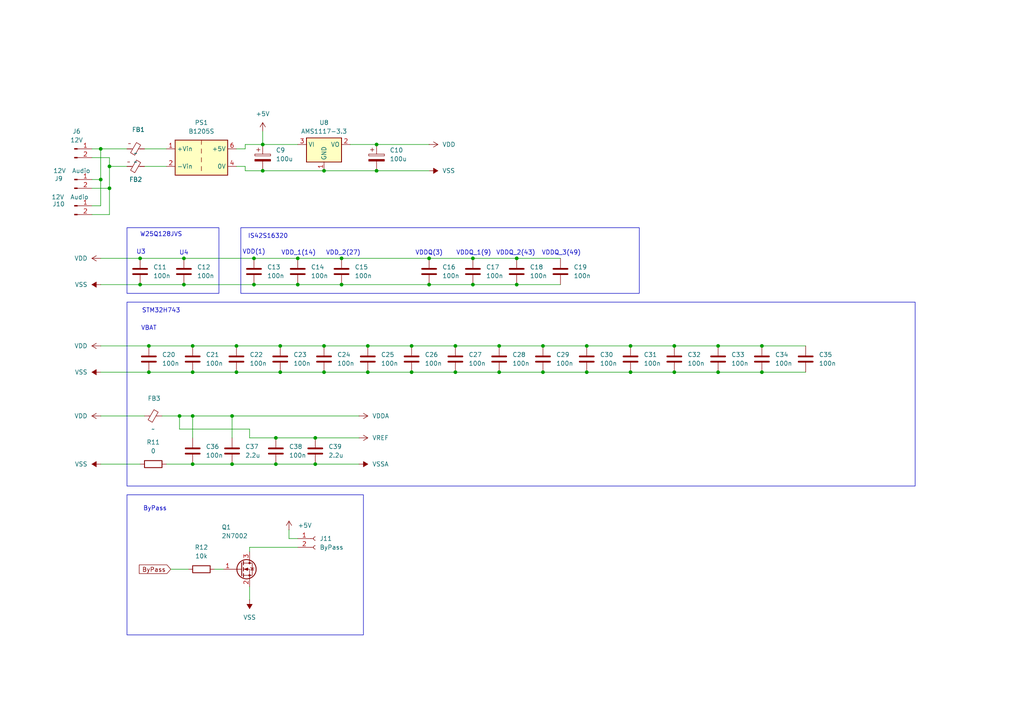
<source format=kicad_sch>
(kicad_sch (version 20250114) (generator "eeschema") (generator_version "9.0")
  (paper "A4")
  (title_block (title "OSCAR PROC") (date "2025-07-08") (rev "V1.0") (company "DAD Design"))
  (lib_symbols
    (symbol "Conn_01x02_Pin_1" (pin_names (offset 1.016) (hide yes))
      (property "Reference" "J9" (at -4.572 0.254 0))
      (property "Value" "12V  Audio" (at -0.762 2.54 0))
      (symbol "Conn_01x02_Pin_1_1_1"
        (rectangle (start 0.8636 0.127) (end 0 -0.127) (stroke (width 0.1524)) (fill (type outline)))
        (rectangle (start 0.8636 -2.413) (end 0 -2.667) (stroke (width 0.1524)) (fill (type outline)))
        (polyline (pts (xy 1.27 0) (xy 0.8636 0)) (stroke (width 0.1524)))
        (polyline (pts (xy 1.27 -2.54) (xy 0.8636 -2.54)) (stroke (width 0.1524)))
        (pin input line (at 5.08 0 180) (length 3.81) (name "Pin_1") (number "1"))
        (pin power_in line (at 5.08 -2.54 180) (length 3.81) (name "Pin_2") (number "2"))
      )
    )
    (symbol "Conn_01x02_Pin_2" (pin_names (offset 1.016) (hide yes))
      (property "Reference" "J10" (at -4.572 0.508 0))
      (property "Value" "12V  Audio" (at -1.27 2.54 0))
      (symbol "Conn_01x02_Pin_2_1_1"
        (rectangle (start 0.8636 0.127) (end 0 -0.127) (stroke (width 0.1524)) (fill (type outline)))
        (rectangle (start 0.8636 -2.413) (end 0 -2.667) (stroke (width 0.1524)) (fill (type outline)))
        (polyline (pts (xy 1.27 0) (xy 0.8636 0)) (stroke (width 0.1524)))
        (polyline (pts (xy 1.27 -2.54) (xy 0.8636 -2.54)) (stroke (width 0.1524)))
        (pin input line (at 5.08 0 180) (length 3.81) (name "Pin_1") (number "1"))
        (pin input line (at 5.08 -2.54 180) (length 3.81) (name "Pin_2") (number "2"))
      )
    )
    (symbol "Connector:Conn_01x02_Socket" (pin_names (offset 1.016) (hide yes))
      (property "Reference" "J" (at 0 2.54 0))
      (property "Value" "Conn_01x02_Socket" (at 0 -5.08 0))
      (symbol "Conn_01x02_Socket_1_1"
        (polyline (pts (xy -1.27 0) (xy -0.508 0)) (stroke (width 0.1524)))
        (polyline (pts (xy -1.27 -2.54) (xy -0.508 -2.54)) (stroke (width 0.1524)))
        (arc (start 0 -0.508) (mid -0.5058 0) (end 0 0.508) (stroke (width 0.1524)))
        (arc (start 0 -3.048) (mid -0.5058 -2.54) (end 0 -2.032) (stroke (width 0.1524)))
        (pin passive line (at -5.08 0 0) (length 3.81) (name "Pin_1") (number "1"))
        (pin passive line (at -5.08 -2.54 0) (length 3.81) (name "Pin_2") (number "2"))
      )
    )
    (symbol "Device:C" (pin_numbers (hide yes)) (pin_names (offset 0.254))
      (property "Reference" "C" (at 0.635 2.54 0))
      (property "Value" "C" (at 0.635 -2.54 0))
      (symbol "C_0_1"
        (polyline (pts (xy -2.032 0.762) (xy 2.032 0.762)) (stroke (width 0.508)))
        (polyline (pts (xy -2.032 -0.762) (xy 2.032 -0.762)) (stroke (width 0.508)))
      )
      (symbol "C_1_1"
        (pin passive line (at 0 3.81 270) (length 2.794) (name "~") (number "1"))
        (pin passive line (at 0 -3.81 90) (length 2.794) (name "~") (number "2"))
      )
    )
    (symbol "Device:C_Polarized" (pin_numbers (hide yes)) (pin_names (offset 0.254))
      (property "Reference" "C" (at 0.635 2.54 0))
      (property "Value" "C_Polarized" (at 0.635 -2.54 0))
      (symbol "C_Polarized_0_1"
        (rectangle (start -2.286 0.508) (end 2.286 1.016))
        (polyline (pts (xy -1.778 2.286) (xy -0.762 2.286)))
        (polyline (pts (xy -1.27 2.794) (xy -1.27 1.778)))
        (rectangle (start 2.286 -0.508) (end -2.286 -1.016) (fill (type outline)))
      )
      (symbol "C_Polarized_1_1"
        (pin passive line (at 0 3.81 270) (length 2.794) (name "~") (number "1"))
        (pin passive line (at 0 -3.81 90) (length 2.794) (name "~") (number "2"))
      )
    )
    (symbol "Device:R" (pin_numbers (hide yes)) (pin_names (offset 0))
      (property "Reference" "R" (at 2.032 0 90))
      (property "Value" "R" (at 0 0 90))
      (symbol "R_0_1"
        (rectangle (start -1.016 -2.54) (end 1.016 2.54) (stroke (width 0.254)))
      )
      (symbol "R_1_1"
        (pin passive line (at 0 3.81 270) (length 1.27) (name "~") (number "1"))
        (pin passive line (at 0 -3.81 90) (length 1.27) (name "~") (number "2"))
      )
    )
    (symbol "FerriteBead_Small_1" (pin_numbers (hide yes)) (pin_names (offset 0))
      (property "Reference" "FB2" (at -3.81 0 90))
      (property "Value" "~" (at 3.81 0.0381 90))
      (symbol "FerriteBead_Small_1_0_1"
        (polyline (pts (xy -1.8288 0.2794) (xy -1.1176 1.4986) (xy 1.8288 -0.2032) (xy 1.1176 -1.4224) (xy -1.8288 0.2794)))
        (polyline (pts (xy 0 0.889) (xy 0 1.2954)))
        (polyline (pts (xy 0 -1.27) (xy 0 -0.7874)))
      )
      (symbol "FerriteBead_Small_1_1_1"
        (text "I" (at 1.27 2.032 0) (effects (font (size 0.635 0.635))))
        (pin power_in line (at 0 2.54 270) (length 1.27) (name "~") (number "1"))
        (pin power_out line (at 0 -2.54 90) (length 1.27) (name "~") (number "2"))
      )
    )
    (symbol "FerriteBead_Small_2" (pin_numbers (hide yes)) (pin_names (offset 0))
      (property "Reference" "FB1" (at 5.588 -0.762 90))
      (property "Value" "~" (at -3.81 0.0381 90))
      (symbol "FerriteBead_Small_2_0_1"
        (polyline (pts (xy -1.8288 0.2794) (xy -1.1176 1.4986) (xy 1.8288 -0.2032) (xy 1.1176 -1.4224) (xy -1.8288 0.2794)))
        (polyline (pts (xy 0 0.889) (xy 0 1.2954)))
        (polyline (pts (xy 0 -1.27) (xy 0 -0.7874)))
      )
      (symbol "FerriteBead_Small_2_1_1"
        (text "I" (at 1.524 1.778 0) (effects (font (size 0.635 0.635))))
        (pin power_in line (at 0 2.54 270) (length 1.27) (name "~") (number "1"))
        (pin power_out line (at 0 -2.54 90) (length 1.27) (name "~") (number "2"))
      )
    )
    (symbol "Projet:B1205S"
      (property "Reference" "PS" (at -7.62 6.35 0))
      (property "Value" "B1209S" (at 1.27 6.35 0))
      (symbol "B1205S_0_0"
        (pin power_in line (at -10.16 2.54 0) (length 2.54) (name "+Vin") (number "1"))
        (pin power_in line (at -10.16 -2.54 0) (length 2.54) (name "-Vin") (number "2"))
      )
      (symbol "B1205S_0_1"
        (rectangle (start -7.62 5.08) (end 7.62 -5.08) (stroke (width 0.254)) (fill (type background)))
        (polyline (pts (xy 0 5.08) (xy 0 3.81)))
        (polyline (pts (xy 0 2.54) (xy 0 1.27)))
        (polyline (pts (xy 0 0) (xy 0 -1.27)))
        (polyline (pts (xy 0 -2.54) (xy 0 -3.81)))
      )
      (symbol "B1205S_1_0"
        (pin power_out line (at 10.16 2.54 180) (length 2.54) (name "+5V") (number "6"))
        (pin power_out line (at 10.16 -2.54 180) (length 2.54) (name "0V") (number "4"))
      )
    )
    (symbol "Projet:Conn_01x02_Pin" (pin_names (offset 1.016) (hide yes))
      (property "Reference" "J" (at 0 2.54 0))
      (property "Value" "Conn_01x02_Pin" (at 0 -5.08 0))
      (symbol "Conn_01x02_Pin_1_1"
        (rectangle (start 0.8636 0.127) (end 0 -0.127) (stroke (width 0.1524)) (fill (type outline)))
        (rectangle (start 0.8636 -2.413) (end 0 -2.667) (stroke (width 0.1524)) (fill (type outline)))
        (polyline (pts (xy 1.27 0) (xy 0.8636 0)) (stroke (width 0.1524)))
        (polyline (pts (xy 1.27 -2.54) (xy 0.8636 -2.54)) (stroke (width 0.1524)))
        (pin power_out line (at 5.08 0 180) (length 3.81) (name "Pin_1") (number "1"))
        (pin power_out line (at 5.08 -2.54 180) (length 3.81) (name "Pin_2") (number "2"))
      )
    )
    (symbol "Projet:FerriteBead_Small" (pin_numbers (hide yes)) (pin_names (offset 0))
      (property "Reference" "FB" (at 1.905 1.27 0))
      (property "Value" "FerriteBead_Small" (at 1.905 -1.27 0))
      (symbol "FerriteBead_Small_0_1"
        (polyline (pts (xy -1.8288 0.2794) (xy -1.1176 1.4986) (xy 1.8288 -0.2032) (xy 1.1176 -1.4224) (xy -1.8288 0.2794)))
        (polyline (pts (xy 0 0.889) (xy 0 1.2954)))
        (polyline (pts (xy 0 -1.27) (xy 0 -0.7874)))
      )
      (symbol "FerriteBead_Small_1_1"
        (pin power_in line (at 0 2.54 270) (length 1.27) (name "~") (number "1"))
        (pin power_out line (at 0 -2.54 90) (length 1.27) (name "~") (number "2"))
      )
    )
    (symbol "R_1" (pin_numbers (hide yes)) (pin_names (offset 0))
      (property "Reference" "R11" (at 6.35 0 90))
      (property "Value" "0" (at 3.81 0 90))
      (symbol "R_1_0_1"
        (rectangle (start -1.016 -2.54) (end 1.016 2.54) (stroke (width 0.254)))
      )
      (symbol "R_1_1_1"
        (pin power_in line (at 0 3.81 270) (length 1.27) (name "~") (number "1"))
        (pin power_out line (at 0 -3.81 90) (length 1.27) (name "~") (number "2"))
      )
    )
    (symbol "Regulator_Linear:AMS1117-3.3"
      (property "Reference" "U" (at -3.81 3.175 0))
      (property "Value" "AMS1117-3.3" (at 0 3.175 0))
      (symbol "AMS1117-3.3_0_1"
        (rectangle (start -5.08 -5.08) (end 5.08 1.905) (stroke (width 0.254)) (fill (type background)))
      )
      (symbol "AMS1117-3.3_1_1"
        (pin power_in line (at -7.62 0 0) (length 2.54) (name "VI") (number "3"))
        (pin power_in line (at 0 -7.62 90) (length 2.54) (name "GND") (number "1"))
        (pin power_out line (at 7.62 0 180) (length 2.54) (name "VO") (number "2"))
      )
    )
    (symbol "Transistor_FET:2N7002" (pin_names (hide yes))
      (property "Reference" "Q" (at 5.08 1.905 0))
      (property "Value" "2N7002" (at 5.08 0 0))
      (symbol "2N7002_0_1"
        (polyline (pts (xy 0.254 1.905) (xy 0.254 -1.905)) (stroke (width 0.254)))
        (polyline (pts (xy 0.254 0) (xy -2.54 0)))
        (polyline (pts (xy 0.762 2.286) (xy 0.762 1.27)) (stroke (width 0.254)))
        (polyline (pts (xy 0.762 0.508) (xy 0.762 -0.508)) (stroke (width 0.254)))
        (polyline (pts (xy 0.762 -1.27) (xy 0.762 -2.286)) (stroke (width 0.254)))
        (polyline (pts (xy 0.762 -1.778) (xy 3.302 -1.778) (xy 3.302 1.778) (xy 0.762 1.778)))
        (polyline (pts (xy 1.016 0) (xy 2.032 0.381) (xy 2.032 -0.381) (xy 1.016 0)) (fill (type outline)))
        (circle (center 1.651 0) (radius 2.794) (stroke (width 0.254)))
        (polyline (pts (xy 2.54 2.54) (xy 2.54 1.778)))
        (circle (center 2.54 1.778) (radius 0.254) (fill (type outline)))
        (circle (center 2.54 -1.778) (radius 0.254) (fill (type outline)))
        (polyline (pts (xy 2.54 -2.54) (xy 2.54 0) (xy 0.762 0)))
        (polyline (pts (xy 2.794 0.508) (xy 2.921 0.381) (xy 3.683 0.381) (xy 3.81 0.254)))
        (polyline (pts (xy 3.302 0.381) (xy 2.921 -0.254) (xy 3.683 -0.254) (xy 3.302 0.381)))
      )
      (symbol "2N7002_1_1"
        (pin input line (at -5.08 0 0) (length 2.54) (name "G") (number "1"))
        (pin passive line (at 2.54 5.08 270) (length 2.54) (name "D") (number "3"))
        (pin passive line (at 2.54 -5.08 90) (length 2.54) (name "S") (number "2"))
      )
    )
    (symbol "power:+5V" (power) (pin_numbers (hide yes)) (pin_names (offset 0) (hide yes))
      (property "Value" "+5V" (at 0 3.556 0))
      (symbol "+5V_0_1"
        (polyline (pts (xy -0.762 1.27) (xy 0 2.54)))
        (polyline (pts (xy 0 2.54) (xy 0.762 1.27)))
        (polyline (pts (xy 0 0) (xy 0 2.54)))
      )
      (symbol "+5V_1_1"
        (pin power_in line (at 0 0 90) (length 0) (name "~") (number "1"))
      )
    )
    (symbol "power:PRI_HI" (power) (pin_numbers (hide yes)) (pin_names (offset 0) (hide yes))
      (property "Value" "PRI_HI" (at 0 3.556 0))
      (symbol "PRI_HI_0_1"
        (polyline (pts (xy -0.762 1.27) (xy 0 2.54)))
        (polyline (pts (xy 0 2.54) (xy 0.762 1.27)))
        (polyline (pts (xy 0 0) (xy 0 2.54)))
      )
      (symbol "PRI_HI_1_1"
        (pin power_in line (at 0 0 90) (length 0) (name "~") (number "1"))
      )
    )
    (symbol "power:VDD" (power) (pin_numbers (hide yes)) (pin_names (offset 0) (hide yes))
      (property "Value" "VDD" (at 0 3.556 0))
      (symbol "VDD_0_1"
        (polyline (pts (xy -0.762 1.27) (xy 0 2.54)))
        (polyline (pts (xy 0 2.54) (xy 0.762 1.27)))
        (polyline (pts (xy 0 0) (xy 0 2.54)))
      )
      (symbol "VDD_1_1"
        (pin power_in line (at 0 0 90) (length 0) (name "~") (number "1"))
      )
    )
    (symbol "power:VDDA" (power) (pin_numbers (hide yes)) (pin_names (offset 0) (hide yes))
      (property "Value" "VDDA" (at 0 3.556 0))
      (symbol "VDDA_0_1"
        (polyline (pts (xy -0.762 1.27) (xy 0 2.54)))
        (polyline (pts (xy 0 2.54) (xy 0.762 1.27)))
        (polyline (pts (xy 0 0) (xy 0 2.54)))
      )
      (symbol "VDDA_1_1"
        (pin power_in line (at 0 0 90) (length 0) (name "~") (number "1"))
      )
    )
    (symbol "power:VSS" (power) (pin_numbers (hide yes)) (pin_names (offset 0) (hide yes))
      (property "Value" "VSS" (at 0 3.556 0))
      (symbol "VSS_0_1"
        (polyline (pts (xy 0 0) (xy 0 2.54)))
        (polyline (pts (xy 0.762 1.27) (xy -0.762 1.27) (xy 0 2.54) (xy 0.762 1.27)) (fill (type outline)))
      )
      (symbol "VSS_1_1"
        (pin power_in line (at 0 0 90) (length 0) (name "~") (number "1"))
      )
    )
    (symbol "power:VSSA" (power) (pin_numbers (hide yes)) (pin_names (offset 0) (hide yes))
      (property "Value" "VSSA" (at 0 3.556 0))
      (symbol "VSSA_0_1"
        (polyline (pts (xy 0 0) (xy 0 2.54)))
        (polyline (pts (xy 0.762 1.27) (xy -0.762 1.27) (xy 0 2.54) (xy 0.762 1.27)) (fill (type outline)))
      )
      (symbol "VSSA_1_1"
        (pin power_in line (at 0 0 90) (length 0) (name "~") (number "1"))
      )
    )
  )
  (rectangle (start 69.85 66.04) (end 185.42 85.09))
  (rectangle (start 36.83 143.51) (end 105.41 184.15))
  (rectangle (start 36.83 66.04) (end 63.5 85.09))
  (rectangle (start 36.83 87.63) (end 265.43 140.97))
  (text "VDDQ_3(49)" (at 162.814 73.406 0) (effects (font (size 1.27 1.27))))
  (text "ByPass" (at 44.958 147.574 0) (effects (font (size 1.27 1.27))))
  (text "STM32H743" (at 46.736 90.17 0) (effects (font (size 1.27 1.27))))
  (text "VDD(1)" (at 73.66 73.152 0) (effects (font (size 1.27 1.27))))
  (text "VDD_1(14)" (at 86.614 73.406 0) (effects (font (size 1.27 1.27))))
  (text "U3" (at 40.894 73.152 0) (effects (font (size 1.27 1.27))))
  (text "VDD_2(27)" (at 99.568 73.406 0) (effects (font (size 1.27 1.27))))
  (text "VBAT" (at 43.18 95.25 0) (effects (font (size 1.27 1.27))))
  (text "IS42S16320" (at 77.724 68.58 0) (effects (font (size 1.27 1.27))))
  (text "VDDQ(3)" (at 124.46 73.406 0) (effects (font (size 1.27 1.27))))
  (text "U4" (at 53.34 73.406 0) (effects (font (size 1.27 1.27))))
  (text "W25Q128JVS" (at 46.736 68.072 0) (effects (font (size 1.27 1.27))))
  (text "VDDQ_1(9)" (at 137.414 73.406 0) (effects (font (size 1.27 1.27))))
  (text "VDDQ_2(43)" (at 149.606 73.406 0) (effects (font (size 1.27 1.27))))
  (junction (at 170.18 100.33))
  (junction (at 67.31 120.65))
  (junction (at 55.88 107.95))
  (junction (at 106.68 100.33))
  (junction (at 99.06 82.55))
  (junction (at 124.46 74.93))
  (junction (at 53.34 74.93))
  (junction (at 149.86 82.55))
  (junction (at 195.58 107.95))
  (junction (at 132.08 107.95))
  (junction (at 119.38 107.95))
  (junction (at 80.01 134.62))
  (junction (at 73.66 74.93))
  (junction (at 29.21 43.18))
  (junction (at 137.16 74.93))
  (junction (at 31.75 54.61))
  (junction (at 144.78 100.33))
  (junction (at 182.88 107.95))
  (junction (at 91.44 127))
  (junction (at 132.08 100.33))
  (junction (at 157.48 100.33))
  (junction (at 137.16 82.55))
  (junction (at 52.07 120.65))
  (junction (at 40.64 82.55))
  (junction (at 43.18 100.33))
  (junction (at 55.88 120.65))
  (junction (at 81.28 107.95))
  (junction (at 106.68 107.95))
  (junction (at 149.86 74.93))
  (junction (at 43.18 107.95))
  (junction (at 53.34 82.55))
  (junction (at 55.88 134.62))
  (junction (at 208.28 100.33))
  (junction (at 76.2 49.53))
  (junction (at 220.98 100.33))
  (junction (at 182.88 100.33))
  (junction (at 55.88 100.33))
  (junction (at 170.18 107.95))
  (junction (at 67.31 134.62))
  (junction (at 68.58 107.95))
  (junction (at 86.36 82.55))
  (junction (at 109.22 49.53))
  (junction (at 81.28 100.33))
  (junction (at 157.48 107.95))
  (junction (at 208.28 107.95))
  (junction (at 220.98 107.95))
  (junction (at 99.06 74.93))
  (junction (at 76.2 41.91))
  (junction (at 86.36 74.93))
  (junction (at 29.21 52.07))
  (junction (at 93.98 107.95))
  (junction (at 80.01 127))
  (junction (at 68.58 100.33))
  (junction (at 91.44 134.62))
  (junction (at 73.66 82.55))
  (junction (at 195.58 100.33))
  (junction (at 93.98 100.33))
  (junction (at 93.98 49.53))
  (junction (at 124.46 82.55))
  (junction (at 109.22 41.91))
  (junction (at 119.38 100.33))
  (junction (at 144.78 107.95))
  (junction (at 40.64 74.93))
  (junction (at 31.75 48.26))
  (wire (pts (xy 106.68 100.33) (xy 119.38 100.33)))
  (wire (pts (xy 68.58 48.26) (xy 71.12 48.26)))
  (wire (pts (xy 157.48 100.33) (xy 170.18 100.33)))
  (wire (pts (xy 67.31 120.65) (xy 67.31 127)))
  (wire (pts (xy 71.12 48.26) (xy 71.12 49.53)))
  (wire (pts (xy 119.38 100.33) (xy 132.08 100.33)))
  (wire (pts (xy 93.98 107.95) (xy 106.68 107.95)))
  (wire (pts (xy 67.31 134.62) (xy 80.01 134.62)))
  (wire (pts (xy 72.39 127) (xy 72.39 124.46)))
  (wire (pts (xy 49.53 165.1) (xy 54.61 165.1)))
  (wire (pts (xy 99.06 74.93) (xy 124.46 74.93)))
  (wire (pts (xy 29.21 107.95) (xy 43.18 107.95)))
  (wire (pts (xy 31.75 54.61) (xy 31.75 48.26)))
  (wire (pts (xy 29.21 74.93) (xy 40.64 74.93)))
  (wire (pts (xy 93.98 100.33) (xy 106.68 100.33)))
  (wire (pts (xy 137.16 82.55) (xy 149.86 82.55)))
  (wire (pts (xy 55.88 100.33) (xy 68.58 100.33)))
  (wire (pts (xy 93.98 49.53) (xy 109.22 49.53)))
  (wire (pts (xy 29.21 52.07) (xy 29.21 43.18)))
  (wire (pts (xy 71.12 49.53) (xy 76.2 49.53)))
  (wire (pts (xy 43.18 100.33) (xy 55.88 100.33)))
  (wire (pts (xy 76.2 38.1) (xy 76.2 41.91)))
  (wire (pts (xy 76.2 41.91) (xy 86.36 41.91)))
  (wire (pts (xy 72.39 160.02) (xy 72.39 158.75)))
  (wire (pts (xy 73.66 82.55) (xy 86.36 82.55)))
  (wire (pts (xy 170.18 107.95) (xy 182.88 107.95)))
  (wire (pts (xy 26.67 45.72) (xy 31.75 45.72)))
  (wire (pts (xy 81.28 100.33) (xy 93.98 100.33)))
  (wire (pts (xy 67.31 120.65) (xy 104.14 120.65)))
  (wire (pts (xy 68.58 107.95) (xy 81.28 107.95)))
  (wire (pts (xy 48.26 134.62) (xy 55.88 134.62)))
  (wire (pts (xy 109.22 49.53) (xy 124.46 49.53)))
  (wire (pts (xy 68.58 43.18) (xy 71.12 43.18)))
  (wire (pts (xy 182.88 107.95) (xy 195.58 107.95)))
  (wire (pts (xy 53.34 82.55) (xy 73.66 82.55)))
  (wire (pts (xy 55.88 120.65) (xy 67.31 120.65)))
  (wire (pts (xy 26.67 54.61) (xy 31.75 54.61)))
  (wire (pts (xy 144.78 107.95) (xy 157.48 107.95)))
  (wire (pts (xy 132.08 100.33) (xy 144.78 100.33)))
  (wire (pts (xy 31.75 62.23) (xy 31.75 54.61)))
  (wire (pts (xy 86.36 156.21) (xy 83.82 156.21)))
  (wire (pts (xy 195.58 100.33) (xy 208.28 100.33)))
  (wire (pts (xy 81.28 107.95) (xy 93.98 107.95)))
  (wire (pts (xy 53.34 74.93) (xy 73.66 74.93)))
  (wire (pts (xy 29.21 82.55) (xy 40.64 82.55)))
  (wire (pts (xy 73.66 74.93) (xy 86.36 74.93)))
  (wire (pts (xy 86.36 74.93) (xy 99.06 74.93)))
  (wire (pts (xy 40.64 82.55) (xy 53.34 82.55)))
  (wire (pts (xy 40.64 74.93) (xy 53.34 74.93)))
  (wire (pts (xy 144.78 100.33) (xy 157.48 100.33)))
  (wire (pts (xy 101.6 41.91) (xy 109.22 41.91)))
  (wire (pts (xy 170.18 100.33) (xy 182.88 100.33)))
  (wire (pts (xy 29.21 43.18) (xy 36.83 43.18)))
  (wire (pts (xy 124.46 82.55) (xy 137.16 82.55)))
  (wire (pts (xy 55.88 120.65) (xy 55.88 127)))
  (wire (pts (xy 157.48 107.95) (xy 170.18 107.95)))
  (wire (pts (xy 72.39 170.18) (xy 72.39 173.99)))
  (wire (pts (xy 76.2 49.53) (xy 93.98 49.53)))
  (wire (pts (xy 86.36 82.55) (xy 99.06 82.55)))
  (wire (pts (xy 26.67 62.23) (xy 31.75 62.23)))
  (wire (pts (xy 109.22 41.91) (xy 124.46 41.91)))
  (wire (pts (xy 41.91 43.18) (xy 48.26 43.18)))
  (wire (pts (xy 208.28 107.95) (xy 220.98 107.95)))
  (wire (pts (xy 71.12 41.91) (xy 76.2 41.91)))
  (wire (pts (xy 29.21 120.65) (xy 41.91 120.65)))
  (wire (pts (xy 149.86 82.55) (xy 162.56 82.55)))
  (wire (pts (xy 29.21 134.62) (xy 40.64 134.62)))
  (wire (pts (xy 52.07 120.65) (xy 55.88 120.65)))
  (wire (pts (xy 68.58 100.33) (xy 81.28 100.33)))
  (wire (pts (xy 99.06 82.55) (xy 124.46 82.55)))
  (wire (pts (xy 119.38 107.95) (xy 132.08 107.95)))
  (wire (pts (xy 220.98 107.95) (xy 233.68 107.95)))
  (wire (pts (xy 31.75 48.26) (xy 36.83 48.26)))
  (wire (pts (xy 91.44 134.62) (xy 104.14 134.62)))
  (wire (pts (xy 55.88 107.95) (xy 68.58 107.95)))
  (wire (pts (xy 83.82 153.67) (xy 83.82 156.21)))
  (wire (pts (xy 29.21 100.33) (xy 43.18 100.33)))
  (wire (pts (xy 62.23 165.1) (xy 64.77 165.1)))
  (wire (pts (xy 220.98 100.33) (xy 233.68 100.33)))
  (wire (pts (xy 195.58 107.95) (xy 208.28 107.95)))
  (wire (pts (xy 137.16 74.93) (xy 149.86 74.93)))
  (wire (pts (xy 26.67 52.07) (xy 29.21 52.07)))
  (wire (pts (xy 80.01 127) (xy 91.44 127)))
  (wire (pts (xy 41.91 48.26) (xy 48.26 48.26)))
  (wire (pts (xy 132.08 107.95) (xy 144.78 107.95)))
  (wire (pts (xy 80.01 134.62) (xy 91.44 134.62)))
  (wire (pts (xy 26.67 59.69) (xy 29.21 59.69)))
  (wire (pts (xy 124.46 74.93) (xy 137.16 74.93)))
  (wire (pts (xy 55.88 134.62) (xy 67.31 134.62)))
  (wire (pts (xy 182.88 100.33) (xy 195.58 100.33)))
  (wire (pts (xy 52.07 124.46) (xy 52.07 120.65)))
  (wire (pts (xy 43.18 107.95) (xy 55.88 107.95)))
  (wire (pts (xy 106.68 107.95) (xy 119.38 107.95)))
  (wire (pts (xy 72.39 158.75) (xy 86.36 158.75)))
  (wire (pts (xy 29.21 59.69) (xy 29.21 52.07)))
  (wire (pts (xy 72.39 124.46) (xy 52.07 124.46)))
  (wire (pts (xy 149.86 74.93) (xy 162.56 74.93)))
  (wire (pts (xy 208.28 100.33) (xy 220.98 100.33)))
  (wire (pts (xy 26.67 43.18) (xy 29.21 43.18)))
  (wire (pts (xy 31.75 45.72) (xy 31.75 48.26)))
  (wire (pts (xy 71.12 43.18) (xy 71.12 41.91)))
  (wire (pts (xy 46.99 120.65) (xy 52.07 120.65)))
  (wire (pts (xy 72.39 127) (xy 80.01 127)))
  (wire (pts (xy 91.44 127) (xy 104.14 127)))
  (global_label "ByPass" (shape input) (at 49.53 165.1 180) (property "Intersheetrefs" "${INTERSHEET_REFS}" (effects (hide yes))))
  (symbol (lib_name "Conn_01x02_Pin_1") (lib_id "Projet:Conn_01x02_Pin") (at 21.59 52.07 0) (unit 1)
    (property "Reference" "J9" (at 17.018 51.816 0))
    (property "Value" "12V  Audio" (at 20.828 49.53 0))
    (property "Footprint" "Connector_PinSocket_2.54mm:PinSocket_1x02_P2.54mm_Vertical" (effects (hide yes)))
    (property "Description" "Generic connector, single row, 01x02, script generated" (effects (hide yes)))
  )
  (symbol (lib_name "Conn_01x02_Pin_2") (lib_id "Projet:Conn_01x02_Pin") (at 21.59 59.69 0) (unit 1)
    (property "Reference" "J10" (at 17.018 59.182 0))
    (property "Value" "12V  Audio" (at 20.32 57.15 0))
    (property "Footprint" "Connector_PinSocket_2.54mm:PinSocket_1x02_P2.54mm_Vertical" (effects (hide yes)))
    (property "Description" "Generic connector, single row, 01x02, script generated" (effects (hide yes)))
  )
  (symbol (lib_id "Device:C") (at 195.58 104.14 0) (unit 1)
    (property "Reference" "C32" (at 199.39 102.8699 0) (effects (justify left)))
    (property "Value" "100n" (at 199.39 105.4099 0) (effects (justify left)))
    (property "Footprint" "Capacitor_SMD:C_0805_2012Metric_Pad1.18x1.45mm_HandSolder" (effects (hide yes)))
    (property "Description" "Unpolarized capacitor" (effects (hide yes)))
  )
  (symbol (lib_name "FerriteBead_Small_2") (lib_id "Projet:FerriteBead_Small") (at 39.37 43.18 90) (unit 1)
    (property "Reference" "FB1" (at 40.132 37.592 90))
    (property "Value" "~" (at 39.3319 46.99 90))
    (property "Footprint" "Inductor_SMD:L_1206_3216Metric_Pad1.22x1.90mm_HandSolder" (effects (hide yes)))
    (property "Description" "Ferrite bead, small symbol" (effects (hide yes)))
  )
  (symbol (lib_id "Device:C") (at 81.28 104.14 0) (unit 1)
    (property "Reference" "C23" (at 85.09 102.8699 0) (effects (justify left)))
    (property "Value" "100n" (at 85.09 105.4099 0) (effects (justify left)))
    (property "Footprint" "Capacitor_SMD:C_0805_2012Metric_Pad1.18x1.45mm_HandSolder" (effects (hide yes)))
    (property "Description" "Unpolarized capacitor" (effects (hide yes)))
  )
  (symbol (lib_id "power:VSS") (at 124.46 49.53 270) (unit 1)
    (property "Reference" "#PWR040" (effects (hide yes)))
    (property "Value" "VSS" (at 128.27 49.5299 90) (effects (justify left)))
    (property "Description" "Power symbol creates a global label with name \"VSS\"" (effects (hide yes)))
  )
  (symbol (lib_id "power:+5V") (at 83.82 153.67 0) (unit 1)
    (property "Reference" "#PWR054" (effects (hide yes)))
    (property "Value" "+5V" (at 86.36 152.3999 0) (effects (justify left)))
    (property "Description" "Power symbol creates a global label with name \"+5V\"" (effects (hide yes)))
  )
  (symbol (lib_id "Device:C") (at 119.38 104.14 0) (unit 1)
    (property "Reference" "C26" (at 123.19 102.8699 0) (effects (justify left)))
    (property "Value" "100n" (at 123.19 105.4099 0) (effects (justify left)))
    (property "Footprint" "Capacitor_SMD:C_0805_2012Metric_Pad1.18x1.45mm_HandSolder" (effects (hide yes)))
    (property "Description" "Unpolarized capacitor" (effects (hide yes)))
  )
  (symbol (lib_id "Device:C") (at 86.36 78.74 0) (unit 1)
    (property "Reference" "C14" (at 90.17 77.4699 0) (effects (justify left)))
    (property "Value" "100n" (at 90.17 80.0099 0) (effects (justify left)))
    (property "Footprint" "Capacitor_SMD:C_0805_2012Metric_Pad1.18x1.45mm_HandSolder" (effects (hide yes)))
    (property "Description" "Unpolarized capacitor" (effects (hide yes)))
  )
  (symbol (lib_id "Device:C") (at 68.58 104.14 0) (unit 1)
    (property "Reference" "C22" (at 72.39 102.8699 0) (effects (justify left)))
    (property "Value" "100n" (at 72.39 105.4099 0) (effects (justify left)))
    (property "Footprint" "Capacitor_SMD:C_0805_2012Metric_Pad1.18x1.45mm_HandSolder" (effects (hide yes)))
    (property "Description" "Unpolarized capacitor" (effects (hide yes)))
  )
  (symbol (lib_id "Device:C") (at 53.34 78.74 0) (unit 1)
    (property "Reference" "C12" (at 57.15 77.4699 0) (effects (justify left)))
    (property "Value" "100n" (at 57.15 80.0099 0) (effects (justify left)))
    (property "Footprint" "Capacitor_SMD:C_0805_2012Metric_Pad1.18x1.45mm_HandSolder" (effects (hide yes)))
    (property "Description" "Unpolarized capacitor" (effects (hide yes)))
  )
  (symbol (lib_id "Device:C") (at 182.88 104.14 0) (unit 1)
    (property "Reference" "C31" (at 186.69 102.8699 0) (effects (justify left)))
    (property "Value" "100n" (at 186.69 105.4099 0) (effects (justify left)))
    (property "Footprint" "Capacitor_SMD:C_0805_2012Metric_Pad1.18x1.45mm_HandSolder" (effects (hide yes)))
    (property "Description" "Unpolarized capacitor" (effects (hide yes)))
  )
  (symbol (lib_id "Device:C") (at 99.06 78.74 0) (unit 1)
    (property "Reference" "C15" (at 102.87 77.4699 0) (effects (justify left)))
    (property "Value" "100n" (at 102.87 80.0099 0) (effects (justify left)))
    (property "Footprint" "Capacitor_SMD:C_0805_2012Metric_Pad1.18x1.45mm_HandSolder" (effects (hide yes)))
    (property "Description" "Unpolarized capacitor" (effects (hide yes)))
  )
  (symbol (lib_id "Device:C") (at 124.46 78.74 0) (unit 1)
    (property "Reference" "C16" (at 128.27 77.4699 0) (effects (justify left)))
    (property "Value" "100n" (at 128.27 80.0099 0) (effects (justify left)))
    (property "Footprint" "Capacitor_SMD:C_0805_2012Metric_Pad1.18x1.45mm_HandSolder" (effects (hide yes)))
    (property "Description" "Unpolarized capacitor" (effects (hide yes)))
  )
  (symbol (lib_id "Regulator_Linear:AMS1117-3.3") (at 93.98 41.91 0) (unit 1)
    (property "Reference" "U8" (at 93.98 35.56 0))
    (property "Value" "AMS1117-3.3" (at 93.98 38.1 0))
    (property "Footprint" "Package_TO_SOT_SMD:SOT-223-3_TabPin2" (effects (hide yes)))
    (property "Datasheet" "http://www.advanced-monolithic.com/pdf/ds1117.pdf" (effects (hide yes)))
    (property "Description" "1A Low Dropout regulator, positive, 3.3V fixed output, SOT-223" (effects (hide yes)))
  )
  (symbol (lib_id "Device:C") (at 144.78 104.14 0) (unit 1)
    (property "Reference" "C28" (at 148.59 102.8699 0) (effects (justify left)))
    (property "Value" "100n" (at 148.59 105.4099 0) (effects (justify left)))
    (property "Footprint" "Capacitor_SMD:C_0805_2012Metric_Pad1.18x1.45mm_HandSolder" (effects (hide yes)))
    (property "Description" "Unpolarized capacitor" (effects (hide yes)))
  )
  (symbol (lib_id "power:VSS") (at 29.21 82.55 90) (mirror x) (unit 1)
    (property "Reference" "#PWR042" (effects (hide yes)))
    (property "Value" "VSS" (at 25.4 82.5499 90) (effects (justify left)))
    (property "Description" "Power symbol creates a global label with name \"VSS\"" (effects (hide yes)))
  )
  (symbol (lib_id "Device:C") (at 162.56 78.74 0) (unit 1)
    (property "Reference" "C19" (at 166.37 77.4699 0) (effects (justify left)))
    (property "Value" "100n" (at 166.37 80.0099 0) (effects (justify left)))
    (property "Footprint" "Capacitor_SMD:C_0805_2012Metric_Pad1.18x1.45mm_HandSolder" (effects (hide yes)))
    (property "Description" "Unpolarized capacitor" (effects (hide yes)))
  )
  (symbol (lib_id "power:VDD") (at 124.46 41.91 270) (unit 1)
    (property "Reference" "#PWR039" (effects (hide yes)))
    (property "Value" "VDD" (at 128.27 41.9099 90) (effects (justify left)))
    (property "Description" "Power symbol creates a global label with name \"VDD\"" (effects (hide yes)))
  )
  (symbol (lib_id "power:VSS") (at 72.39 173.99 180) (unit 1)
    (property "Reference" "#PWR052" (effects (hide yes)))
    (property "Value" "VSS" (at 72.39 179.07 0))
    (property "Description" "Power symbol creates a global label with name \"VSS\"" (effects (hide yes)))
  )
  (symbol (lib_id "Device:C") (at 170.18 104.14 0) (unit 1)
    (property "Reference" "C30" (at 173.99 102.8699 0) (effects (justify left)))
    (property "Value" "100n" (at 173.99 105.4099 0) (effects (justify left)))
    (property "Footprint" "Capacitor_SMD:C_0805_2012Metric_Pad1.18x1.45mm_HandSolder" (effects (hide yes)))
    (property "Description" "Unpolarized capacitor" (effects (hide yes)))
  )
  (symbol (lib_id "power:+5V") (at 76.2 38.1 0) (unit 1)
    (property "Reference" "#PWR053" (effects (hide yes)))
    (property "Value" "+5V" (at 76.2 33.02 0))
    (property "Description" "Power symbol creates a global label with name \"+5V\"" (effects (hide yes)))
  )
  (symbol (lib_id "Device:C") (at 149.86 78.74 0) (unit 1)
    (property "Reference" "C18" (at 153.67 77.4699 0) (effects (justify left)))
    (property "Value" "100n" (at 153.67 80.0099 0) (effects (justify left)))
    (property "Footprint" "Capacitor_SMD:C_0805_2012Metric_Pad1.18x1.45mm_HandSolder" (effects (hide yes)))
    (property "Description" "Unpolarized capacitor" (effects (hide yes)))
  )
  (symbol (lib_id "Device:C") (at 137.16 78.74 0) (unit 1)
    (property "Reference" "C17" (at 140.97 77.4699 0) (effects (justify left)))
    (property "Value" "100n" (at 140.97 80.0099 0) (effects (justify left)))
    (property "Footprint" "Capacitor_SMD:C_0805_2012Metric_Pad1.18x1.45mm_HandSolder" (effects (hide yes)))
    (property "Description" "Unpolarized capacitor" (effects (hide yes)))
  )
  (symbol (lib_id "Device:C") (at 208.28 104.14 0) (unit 1)
    (property "Reference" "C33" (at 212.09 102.8699 0) (effects (justify left)))
    (property "Value" "100n" (at 212.09 105.4099 0) (effects (justify left)))
    (property "Footprint" "Capacitor_SMD:C_0805_2012Metric_Pad1.18x1.45mm_HandSolder" (effects (hide yes)))
    (property "Description" "Unpolarized capacitor" (effects (hide yes)))
  )
  (symbol (lib_id "Device:C") (at 73.66 78.74 0) (unit 1)
    (property "Reference" "C13" (at 77.47 77.4699 0) (effects (justify left)))
    (property "Value" "100n" (at 77.47 80.0099 0) (effects (justify left)))
    (property "Footprint" "Capacitor_SMD:C_0805_2012Metric_Pad1.18x1.45mm_HandSolder" (effects (hide yes)))
    (property "Description" "Unpolarized capacitor" (effects (hide yes)))
  )
  (symbol (lib_name "R_1") (lib_id "Device:R") (at 44.45 134.62 90) (unit 1)
    (property "Reference" "R11" (at 44.45 128.27 90))
    (property "Value" "0" (at 44.45 130.81 90))
    (property "Footprint" "Resistor_SMD:R_1206_3216Metric_Pad1.30x1.75mm_HandSolder" (effects (hide yes)))
    (property "Description" "Resistor" (effects (hide yes)))
  )
  (symbol (lib_id "Device:C") (at 67.31 130.81 0) (unit 1)
    (property "Reference" "C37" (at 71.12 129.5399 0) (effects (justify left)))
    (property "Value" "2.2u" (at 71.12 132.0799 0) (effects (justify left)))
    (property "Footprint" "Capacitor_SMD:C_0805_2012Metric_Pad1.18x1.45mm_HandSolder" (effects (hide yes)))
    (property "Description" "Unpolarized capacitor" (effects (hide yes)))
  )
  (symbol (lib_name "FerriteBead_Small_1") (lib_id "Projet:FerriteBead_Small") (at 39.37 48.26 90) (unit 1)
    (property "Reference" "FB2" (at 39.37 52.07 90))
    (property "Value" "~" (at 39.3319 44.45 90))
    (property "Footprint" "Inductor_SMD:L_1206_3216Metric_Pad1.22x1.90mm_HandSolder" (effects (hide yes)))
    (property "Description" "Ferrite bead, small symbol" (effects (hide yes)))
  )
  (symbol (lib_id "power:VDDA") (at 104.14 120.65 270) (unit 1)
    (property "Reference" "#PWR046" (effects (hide yes)))
    (property "Value" "VDDA" (at 107.95 120.6499 90) (effects (justify left)))
    (property "Description" "Power symbol creates a global label with name \"VDDA\"" (effects (hide yes)))
  )
  (symbol (lib_id "Device:C") (at 43.18 104.14 0) (unit 1)
    (property "Reference" "C20" (at 46.99 102.8699 0) (effects (justify left)))
    (property "Value" "100n" (at 46.99 105.4099 0) (effects (justify left)))
    (property "Footprint" "Capacitor_SMD:C_0805_2012Metric_Pad1.18x1.45mm_HandSolder" (effects (hide yes)))
    (property "Description" "Unpolarized capacitor" (effects (hide yes)))
  )
  (symbol (lib_id "Device:C") (at 91.44 130.81 0) (unit 1)
    (property "Reference" "C39" (at 95.25 129.5399 0) (effects (justify left)))
    (property "Value" "2.2u" (at 95.25 132.0799 0) (effects (justify left)))
    (property "Footprint" "Capacitor_SMD:C_0805_2012Metric_Pad1.18x1.45mm_HandSolder" (effects (hide yes)))
    (property "Description" "Unpolarized capacitor" (effects (hide yes)))
  )
  (symbol (lib_id "Device:C") (at 157.48 104.14 0) (unit 1)
    (property "Reference" "C29" (at 161.29 102.8699 0) (effects (justify left)))
    (property "Value" "100n" (at 161.29 105.4099 0) (effects (justify left)))
    (property "Footprint" "Capacitor_SMD:C_0805_2012Metric_Pad1.18x1.45mm_HandSolder" (effects (hide yes)))
    (property "Description" "Unpolarized capacitor" (effects (hide yes)))
  )
  (symbol (lib_id "Projet:B1205S") (at 58.42 45.72 0) (unit 1)
    (property "Reference" "PS1" (at 58.42 35.56 0))
    (property "Value" "B1205S" (at 58.42 38.1 0))
    (property "Footprint" "Projet:Converter_DCDC_TRACO_TBA1-xxxxE_Single_THT" (effects (hide yes)))
    (property "Description" "Isolated DC/DC Converter Module, Output Voltage +9V" (effects (hide yes)))
  )
  (symbol (lib_id "Device:C") (at 80.01 130.81 0) (unit 1)
    (property "Reference" "C38" (at 83.82 129.5399 0) (effects (justify left)))
    (property "Value" "100n" (at 83.82 132.0799 0) (effects (justify left)))
    (property "Footprint" "Capacitor_SMD:C_0805_2012Metric_Pad1.18x1.45mm_HandSolder" (effects (hide yes)))
    (property "Description" "Unpolarized capacitor" (effects (hide yes)))
  )
  (symbol (lib_id "Projet:Conn_01x02_Pin") (at 21.59 43.18 0) (unit 1)
    (property "Reference" "J6" (at 22.225 38.1 0))
    (property "Value" "12V" (at 22.225 40.64 0))
    (property "Footprint" "Connector_PinHeader_2.54mm:PinHeader_1x02_P2.54mm_Vertical" (effects (hide yes)))
    (property "Description" "Generic connector, single row, 01x02, script generated" (effects (hide yes)))
  )
  (symbol (lib_id "Projet:FerriteBead_Small") (at 44.45 120.65 90) (unit 1)
    (property "Reference" "FB3" (at 44.704 115.57 90))
    (property "Value" "~" (at 44.4119 124.46 90))
    (property "Footprint" "Inductor_SMD:L_0805_2012Metric_Pad1.15x1.40mm_HandSolder" (effects (hide yes)))
    (property "Description" "Ferrite bead, small symbol" (effects (hide yes)))
  )
  (symbol (lib_id "Device:C") (at 106.68 104.14 0) (unit 1)
    (property "Reference" "C25" (at 110.49 102.8699 0) (effects (justify left)))
    (property "Value" "100n" (at 110.49 105.4099 0) (effects (justify left)))
    (property "Footprint" "Capacitor_SMD:C_0805_2012Metric_Pad1.18x1.45mm_HandSolder" (effects (hide yes)))
    (property "Description" "Unpolarized capacitor" (effects (hide yes)))
  )
  (symbol (lib_id "Transistor_FET:2N7002") (at 69.85 165.1 0) (unit 1)
    (property "Reference" "Q1" (at 64.262 152.908 0) (effects (justify left)))
    (property "Value" "2N7002" (at 64.262 155.448 0) (effects (justify left)))
    (property "Footprint" "Package_TO_SOT_SMD:SOT-23" (effects (hide yes)))
    (property "Datasheet" "https://www.onsemi.com/pub/Collateral/NDS7002A-D.PDF" (effects (hide yes)))
    (property "Description" "0.115A Id, 60V Vds, N-Channel MOSFET, SOT-23" (effects (hide yes)))
  )
  (symbol (lib_id "power:VDD") (at 29.21 100.33 90) (mirror x) (unit 1)
    (property "Reference" "#PWR043" (effects (hide yes)))
    (property "Value" "VDD" (at 25.4 100.3299 90) (effects (justify left)))
    (property "Description" "Power symbol creates a global label with name \"VDD\"" (effects (hide yes)))
  )
  (symbol (lib_id "Device:C") (at 233.68 104.14 0) (unit 1)
    (property "Reference" "C35" (at 237.49 102.8699 0) (effects (justify left)))
    (property "Value" "100n" (at 237.49 105.4099 0) (effects (justify left)))
    (property "Footprint" "Capacitor_SMD:C_0805_2012Metric_Pad1.18x1.45mm_HandSolder" (effects (hide yes)))
    (property "Description" "Unpolarized capacitor" (effects (hide yes)))
  )
  (symbol (lib_id "power:VSSA") (at 104.14 134.62 270) (unit 1)
    (property "Reference" "#PWR049" (effects (hide yes)))
    (property "Value" "VSSA" (at 107.95 134.6199 90) (effects (justify left)))
    (property "Description" "Power symbol creates a global label with name \"VSSA\"" (effects (hide yes)))
  )
  (symbol (lib_id "Device:C") (at 55.88 130.81 0) (unit 1)
    (property "Reference" "C36" (at 59.69 129.5399 0) (effects (justify left)))
    (property "Value" "100n" (at 59.69 132.0799 0) (effects (justify left)))
    (property "Footprint" "Capacitor_SMD:C_0805_2012Metric_Pad1.18x1.45mm_HandSolder" (effects (hide yes)))
    (property "Description" "Unpolarized capacitor" (effects (hide yes)))
  )
  (symbol (lib_id "power:VSS") (at 29.21 134.62 90) (mirror x) (unit 1)
    (property "Reference" "#PWR048" (effects (hide yes)))
    (property "Value" "VSS" (at 25.4 134.6199 90) (effects (justify left)))
    (property "Description" "Power symbol creates a global label with name \"VSS\"" (effects (hide yes)))
  )
  (symbol (lib_id "power:VDD") (at 29.21 74.93 90) (mirror x) (unit 1)
    (property "Reference" "#PWR041" (effects (hide yes)))
    (property "Value" "VDD" (at 25.4 74.9299 90) (effects (justify left)))
    (property "Description" "Power symbol creates a global label with name \"VDD\"" (effects (hide yes)))
  )
  (symbol (lib_id "power:PRI_HI") (at 104.14 127 270) (unit 1)
    (property "Reference" "#PWR047" (effects (hide yes)))
    (property "Value" "VREF" (at 107.95 126.9999 90) (effects (justify left)))
    (property "Description" "Power symbol creates a global label with name \"PRI_HI\"" (effects (hide yes)))
  )
  (symbol (lib_id "power:VSS") (at 29.21 107.95 90) (mirror x) (unit 1)
    (property "Reference" "#PWR044" (effects (hide yes)))
    (property "Value" "VSS" (at 25.4 107.9499 90) (effects (justify left)))
    (property "Description" "Power symbol creates a global label with name \"VSS\"" (effects (hide yes)))
  )
  (symbol (lib_id "Device:C") (at 220.98 104.14 0) (unit 1)
    (property "Reference" "C34" (at 224.79 102.8699 0) (effects (justify left)))
    (property "Value" "100n" (at 224.79 105.4099 0) (effects (justify left)))
    (property "Footprint" "Capacitor_SMD:C_0805_2012Metric_Pad1.18x1.45mm_HandSolder" (effects (hide yes)))
    (property "Description" "Unpolarized capacitor" (effects (hide yes)))
  )
  (symbol (lib_id "Device:C") (at 40.64 78.74 0) (unit 1)
    (property "Reference" "C11" (at 44.45 77.4699 0) (effects (justify left)))
    (property "Value" "100n" (at 44.45 80.0099 0) (effects (justify left)))
    (property "Footprint" "Capacitor_SMD:C_0805_2012Metric_Pad1.18x1.45mm_HandSolder" (effects (hide yes)))
    (property "Description" "Unpolarized capacitor" (effects (hide yes)))
  )
  (symbol (lib_id "Device:C") (at 55.88 104.14 0) (unit 1)
    (property "Reference" "C21" (at 59.69 102.8699 0) (effects (justify left)))
    (property "Value" "100n" (at 59.69 105.4099 0) (effects (justify left)))
    (property "Footprint" "Capacitor_SMD:C_0805_2012Metric_Pad1.18x1.45mm_HandSolder" (effects (hide yes)))
    (property "Description" "Unpolarized capacitor" (effects (hide yes)))
  )
  (symbol (lib_id "Connector:Conn_01x02_Socket") (at 91.44 156.21 0) (unit 1)
    (property "Reference" "J11" (at 92.71 156.2099 0) (effects (justify left)))
    (property "Value" "ByPass" (at 92.71 158.7499 0) (effects (justify left)))
    (property "Footprint" "Connector_PinSocket_2.54mm:PinSocket_1x02_P2.54mm_Vertical" (effects (hide yes)))
    (property "Description" "Generic connector, single row, 01x02, script generated" (effects (hide yes)))
  )
  (symbol (lib_id "Device:R") (at 58.42 165.1 90) (unit 1)
    (property "Reference" "R12" (at 58.42 158.75 90))
    (property "Value" "10k" (at 58.42 161.29 90))
    (property "Footprint" "Resistor_SMD:R_1206_3216Metric_Pad1.30x1.75mm_HandSolder" (effects (hide yes)))
    (property "Description" "Resistor" (effects (hide yes)))
  )
  (symbol (lib_id "Device:C") (at 93.98 104.14 0) (unit 1)
    (property "Reference" "C24" (at 97.79 102.8699 0) (effects (justify left)))
    (property "Value" "100n" (at 97.79 105.4099 0) (effects (justify left)))
    (property "Footprint" "Capacitor_SMD:C_0805_2012Metric_Pad1.18x1.45mm_HandSolder" (effects (hide yes)))
    (property "Description" "Unpolarized capacitor" (effects (hide yes)))
  )
  (symbol (lib_id "Device:C") (at 132.08 104.14 0) (unit 1)
    (property "Reference" "C27" (at 135.89 102.8699 0) (effects (justify left)))
    (property "Value" "100n" (at 135.89 105.4099 0) (effects (justify left)))
    (property "Footprint" "Capacitor_SMD:C_0805_2012Metric_Pad1.18x1.45mm_HandSolder" (effects (hide yes)))
    (property "Description" "Unpolarized capacitor" (effects (hide yes)))
  )
  (symbol (lib_id "Device:C_Polarized") (at 76.2 45.72 0) (unit 1)
    (property "Reference" "C9" (at 80.01 43.5609 0) (effects (justify left)))
    (property "Value" "100u" (at 80.01 46.1009 0) (effects (justify left)))
    (property "Footprint" "Projet:CP_Elec_6.3x9.9_WM" (effects (hide yes)))
    (property "Description" "Polarized capacitor" (effects (hide yes)))
  )
  (symbol (lib_id "power:VDD") (at 29.21 120.65 90) (mirror x) (unit 1)
    (property "Reference" "#PWR045" (effects (hide yes)))
    (property "Value" "VDD" (at 25.4 120.6499 90) (effects (justify left)))
    (property "Description" "Power symbol creates a global label with name \"VDD\"" (effects (hide yes)))
  )
  (symbol (lib_id "Device:C_Polarized") (at 109.22 45.72 0) (unit 1)
    (property "Reference" "C10" (at 113.03 43.5609 0) (effects (justify left)))
    (property "Value" "100u" (at 113.03 46.1009 0) (effects (justify left)))
    (property "Footprint" "Projet:CP_Elec_6.3x9.9_WM" (effects (hide yes)))
    (property "Description" "Polarized capacitor" (effects (hide yes)))
  )
)
</source>
